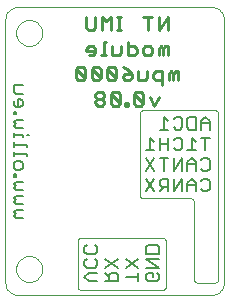
<source format=gbo>
G75*
%MOIN*%
%OFA0B0*%
%FSLAX24Y24*%
%IPPOS*%
%LPD*%
%AMOC8*
5,1,8,0,0,1.08239X$1,22.5*
%
%ADD10C,0.0000*%
%ADD11C,0.0080*%
%ADD12C,0.0030*%
%ADD13C,0.0110*%
D10*
X003193Y001223D02*
X003193Y010022D01*
X003195Y010061D01*
X003201Y010099D01*
X003210Y010136D01*
X003223Y010173D01*
X003240Y010208D01*
X003259Y010241D01*
X003282Y010272D01*
X003308Y010301D01*
X003337Y010327D01*
X003368Y010350D01*
X003401Y010369D01*
X003436Y010386D01*
X003473Y010399D01*
X003510Y010408D01*
X003548Y010414D01*
X003587Y010416D01*
X010080Y010416D01*
X010119Y010414D01*
X010157Y010408D01*
X010194Y010399D01*
X010231Y010386D01*
X010266Y010369D01*
X010299Y010350D01*
X010330Y010327D01*
X010359Y010301D01*
X010385Y010272D01*
X010408Y010241D01*
X010427Y010208D01*
X010444Y010173D01*
X010457Y010136D01*
X010466Y010099D01*
X010472Y010061D01*
X010474Y010022D01*
X010474Y001223D01*
X010472Y001184D01*
X010466Y001146D01*
X010457Y001109D01*
X010444Y001072D01*
X010427Y001037D01*
X010408Y001004D01*
X010385Y000973D01*
X010359Y000944D01*
X010330Y000918D01*
X010299Y000895D01*
X010266Y000876D01*
X010231Y000859D01*
X010194Y000846D01*
X010157Y000837D01*
X010119Y000831D01*
X010080Y000829D01*
X003587Y000829D01*
X003548Y000831D01*
X003510Y000837D01*
X003473Y000846D01*
X003436Y000859D01*
X003401Y000876D01*
X003368Y000895D01*
X003337Y000918D01*
X003308Y000944D01*
X003282Y000973D01*
X003259Y001004D01*
X003240Y001037D01*
X003223Y001072D01*
X003210Y001109D01*
X003201Y001146D01*
X003195Y001184D01*
X003193Y001223D01*
X003548Y001685D02*
X003550Y001726D01*
X003556Y001767D01*
X003566Y001807D01*
X003579Y001846D01*
X003596Y001883D01*
X003617Y001919D01*
X003641Y001953D01*
X003668Y001984D01*
X003697Y002012D01*
X003730Y002038D01*
X003764Y002060D01*
X003801Y002079D01*
X003839Y002094D01*
X003879Y002106D01*
X003919Y002114D01*
X003960Y002118D01*
X004002Y002118D01*
X004043Y002114D01*
X004083Y002106D01*
X004123Y002094D01*
X004161Y002079D01*
X004197Y002060D01*
X004232Y002038D01*
X004265Y002012D01*
X004294Y001984D01*
X004321Y001953D01*
X004345Y001919D01*
X004366Y001883D01*
X004383Y001846D01*
X004396Y001807D01*
X004406Y001767D01*
X004412Y001726D01*
X004414Y001685D01*
X004412Y001644D01*
X004406Y001603D01*
X004396Y001563D01*
X004383Y001524D01*
X004366Y001487D01*
X004345Y001451D01*
X004321Y001417D01*
X004294Y001386D01*
X004265Y001358D01*
X004232Y001332D01*
X004198Y001310D01*
X004161Y001291D01*
X004123Y001276D01*
X004083Y001264D01*
X004043Y001256D01*
X004002Y001252D01*
X003960Y001252D01*
X003919Y001256D01*
X003879Y001264D01*
X003839Y001276D01*
X003801Y001291D01*
X003765Y001310D01*
X003730Y001332D01*
X003697Y001358D01*
X003668Y001386D01*
X003641Y001417D01*
X003617Y001451D01*
X003596Y001487D01*
X003579Y001524D01*
X003566Y001563D01*
X003556Y001603D01*
X003550Y001644D01*
X003548Y001685D01*
X003548Y009559D02*
X003550Y009600D01*
X003556Y009641D01*
X003566Y009681D01*
X003579Y009720D01*
X003596Y009757D01*
X003617Y009793D01*
X003641Y009827D01*
X003668Y009858D01*
X003697Y009886D01*
X003730Y009912D01*
X003764Y009934D01*
X003801Y009953D01*
X003839Y009968D01*
X003879Y009980D01*
X003919Y009988D01*
X003960Y009992D01*
X004002Y009992D01*
X004043Y009988D01*
X004083Y009980D01*
X004123Y009968D01*
X004161Y009953D01*
X004197Y009934D01*
X004232Y009912D01*
X004265Y009886D01*
X004294Y009858D01*
X004321Y009827D01*
X004345Y009793D01*
X004366Y009757D01*
X004383Y009720D01*
X004396Y009681D01*
X004406Y009641D01*
X004412Y009600D01*
X004414Y009559D01*
X004412Y009518D01*
X004406Y009477D01*
X004396Y009437D01*
X004383Y009398D01*
X004366Y009361D01*
X004345Y009325D01*
X004321Y009291D01*
X004294Y009260D01*
X004265Y009232D01*
X004232Y009206D01*
X004198Y009184D01*
X004161Y009165D01*
X004123Y009150D01*
X004083Y009138D01*
X004043Y009130D01*
X004002Y009126D01*
X003960Y009126D01*
X003919Y009130D01*
X003879Y009138D01*
X003839Y009150D01*
X003801Y009165D01*
X003765Y009184D01*
X003730Y009206D01*
X003697Y009232D01*
X003668Y009260D01*
X003641Y009291D01*
X003617Y009325D01*
X003596Y009361D01*
X003579Y009398D01*
X003566Y009437D01*
X003556Y009477D01*
X003550Y009518D01*
X003548Y009559D01*
D11*
X003483Y007814D02*
X003763Y007814D01*
X003483Y007814D02*
X003483Y007604D01*
X003553Y007534D01*
X003763Y007534D01*
X003693Y007354D02*
X003623Y007354D01*
X003623Y007073D01*
X003553Y007073D02*
X003693Y007073D01*
X003763Y007143D01*
X003763Y007284D01*
X003693Y007354D01*
X003483Y007284D02*
X003483Y007143D01*
X003553Y007073D01*
X003553Y006913D02*
X003483Y006913D01*
X003483Y006843D01*
X003553Y006843D01*
X003553Y006913D01*
X003553Y006663D02*
X003763Y006663D01*
X003553Y006663D02*
X003483Y006593D01*
X003553Y006523D01*
X003483Y006453D01*
X003553Y006383D01*
X003763Y006383D01*
X003763Y006146D02*
X003483Y006146D01*
X003483Y006076D02*
X003483Y006216D01*
X003763Y006146D02*
X003763Y006076D01*
X003904Y006146D02*
X003974Y006146D01*
X003904Y005839D02*
X003483Y005839D01*
X003483Y005769D02*
X003483Y005909D01*
X003483Y005602D02*
X003483Y005462D01*
X003483Y005532D02*
X003904Y005532D01*
X003904Y005462D01*
X003693Y005282D02*
X003763Y005212D01*
X003763Y005072D01*
X003693Y005002D01*
X003553Y005002D01*
X003483Y005072D01*
X003483Y005212D01*
X003553Y005282D01*
X003693Y005282D01*
X003904Y005769D02*
X003904Y005839D01*
X003553Y004841D02*
X003483Y004841D01*
X003483Y004771D01*
X003553Y004771D01*
X003553Y004841D01*
X003553Y004591D02*
X003763Y004591D01*
X003553Y004591D02*
X003483Y004521D01*
X003553Y004451D01*
X003483Y004381D01*
X003553Y004311D01*
X003763Y004311D01*
X003763Y004131D02*
X003553Y004131D01*
X003483Y004061D01*
X003553Y003991D01*
X003483Y003921D01*
X003553Y003851D01*
X003763Y003851D01*
X003763Y003670D02*
X003553Y003670D01*
X003483Y003600D01*
X003553Y003530D01*
X003483Y003460D01*
X003553Y003390D01*
X003763Y003390D01*
X005827Y002406D02*
X005827Y002266D01*
X005897Y002196D01*
X006177Y002196D01*
X006247Y002266D01*
X006247Y002406D01*
X006177Y002476D01*
X005897Y002476D02*
X005827Y002406D01*
X005897Y002016D02*
X005827Y001946D01*
X005827Y001806D01*
X005897Y001736D01*
X006177Y001736D01*
X006247Y001806D01*
X006247Y001946D01*
X006177Y002016D01*
X006514Y002016D02*
X006935Y001736D01*
X006865Y001556D02*
X006725Y001556D01*
X006655Y001486D01*
X006655Y001275D01*
X006655Y001416D02*
X006514Y001556D01*
X006514Y001736D02*
X006935Y002016D01*
X007202Y002016D02*
X007622Y001736D01*
X007622Y001556D02*
X007622Y001275D01*
X007622Y001416D02*
X007202Y001416D01*
X006935Y001486D02*
X006935Y001275D01*
X006514Y001275D01*
X006247Y001275D02*
X005967Y001275D01*
X005827Y001416D01*
X005967Y001556D01*
X006247Y001556D01*
X006865Y001556D02*
X006935Y001486D01*
X007202Y001736D02*
X007622Y002016D01*
X007889Y002016D02*
X008310Y002016D01*
X008310Y002196D02*
X008310Y002406D01*
X008240Y002476D01*
X007959Y002476D01*
X007889Y002406D01*
X007889Y002196D01*
X008310Y002196D01*
X007889Y002016D02*
X008310Y001736D01*
X007889Y001736D01*
X007959Y001556D02*
X008100Y001556D01*
X008100Y001416D01*
X008240Y001556D02*
X008310Y001486D01*
X008310Y001345D01*
X008240Y001275D01*
X007959Y001275D01*
X007889Y001345D01*
X007889Y001486D01*
X007959Y001556D01*
X007875Y004275D02*
X008155Y004696D01*
X008336Y004626D02*
X008336Y004486D01*
X008406Y004416D01*
X008616Y004416D01*
X008476Y004416D02*
X008336Y004275D01*
X008155Y004275D02*
X007875Y004696D01*
X007875Y004963D02*
X008155Y005383D01*
X008336Y005383D02*
X008616Y005383D01*
X008476Y005383D02*
X008476Y004963D01*
X008406Y004696D02*
X008336Y004626D01*
X008406Y004696D02*
X008616Y004696D01*
X008616Y004275D01*
X008796Y004275D02*
X008796Y004696D01*
X008796Y004963D02*
X008796Y005383D01*
X008866Y005650D02*
X008796Y005720D01*
X008866Y005650D02*
X009006Y005650D01*
X009076Y005720D01*
X009076Y006001D01*
X009006Y006071D01*
X008866Y006071D01*
X008796Y006001D01*
X008616Y006071D02*
X008616Y005650D01*
X008616Y005861D02*
X008336Y005861D01*
X008336Y006071D02*
X008336Y005650D01*
X008155Y005650D02*
X007875Y005650D01*
X008015Y005650D02*
X008015Y006071D01*
X008155Y005931D01*
X008336Y006338D02*
X008616Y006338D01*
X008476Y006338D02*
X008476Y006758D01*
X008616Y006618D01*
X008796Y006688D02*
X008866Y006758D01*
X009006Y006758D01*
X009076Y006688D01*
X009076Y006408D01*
X009006Y006338D01*
X008866Y006338D01*
X008796Y006408D01*
X009256Y006408D02*
X009256Y006688D01*
X009326Y006758D01*
X009537Y006758D01*
X009537Y006338D01*
X009326Y006338D01*
X009256Y006408D01*
X009396Y006071D02*
X009396Y005650D01*
X009256Y005650D02*
X009537Y005650D01*
X009537Y005931D02*
X009396Y006071D01*
X009717Y006071D02*
X009997Y006071D01*
X009857Y006071D02*
X009857Y005650D01*
X009787Y005383D02*
X009927Y005383D01*
X009997Y005313D01*
X009997Y005033D01*
X009927Y004963D01*
X009787Y004963D01*
X009717Y005033D01*
X009537Y004963D02*
X009537Y005243D01*
X009396Y005383D01*
X009256Y005243D01*
X009256Y004963D01*
X009076Y004963D02*
X009076Y005383D01*
X008796Y004963D01*
X009076Y004696D02*
X008796Y004275D01*
X009076Y004275D02*
X009076Y004696D01*
X009256Y004556D02*
X009256Y004275D01*
X009256Y004486D02*
X009537Y004486D01*
X009537Y004556D02*
X009537Y004275D01*
X009717Y004345D02*
X009787Y004275D01*
X009927Y004275D01*
X009997Y004345D01*
X009997Y004626D01*
X009927Y004696D01*
X009787Y004696D01*
X009717Y004626D01*
X009537Y004556D02*
X009396Y004696D01*
X009256Y004556D01*
X009256Y005173D02*
X009537Y005173D01*
X009717Y005313D02*
X009787Y005383D01*
X009717Y006338D02*
X009717Y006618D01*
X009857Y006758D01*
X009997Y006618D01*
X009997Y006338D01*
X009997Y006548D02*
X009717Y006548D01*
X007875Y005383D02*
X008155Y004963D01*
D12*
X007662Y004173D02*
X007664Y004153D01*
X007668Y004134D01*
X007676Y004116D01*
X007686Y004100D01*
X007699Y004085D01*
X007714Y004072D01*
X007730Y004062D01*
X007748Y004054D01*
X007767Y004050D01*
X007787Y004048D01*
X009349Y004048D01*
X009369Y004046D01*
X009388Y004042D01*
X009406Y004034D01*
X009422Y004024D01*
X009437Y004011D01*
X009450Y003996D01*
X009460Y003980D01*
X009468Y003962D01*
X009472Y003943D01*
X009474Y003923D01*
X009474Y001360D01*
X009476Y001340D01*
X009480Y001321D01*
X009488Y001303D01*
X009498Y001287D01*
X009511Y001272D01*
X009526Y001259D01*
X009542Y001249D01*
X009560Y001241D01*
X009579Y001237D01*
X009599Y001235D01*
X010162Y001235D01*
X010182Y001237D01*
X010201Y001241D01*
X010219Y001249D01*
X010235Y001259D01*
X010250Y001272D01*
X010263Y001287D01*
X010273Y001303D01*
X010281Y001321D01*
X010285Y001340D01*
X010287Y001360D01*
X010287Y006860D01*
X010285Y006880D01*
X010281Y006899D01*
X010273Y006917D01*
X010263Y006933D01*
X010250Y006948D01*
X010235Y006961D01*
X010219Y006971D01*
X010201Y006979D01*
X010182Y006983D01*
X010162Y006985D01*
X007787Y006985D01*
X007767Y006983D01*
X007748Y006979D01*
X007730Y006971D01*
X007714Y006961D01*
X007699Y006948D01*
X007686Y006933D01*
X007676Y006917D01*
X007668Y006899D01*
X007664Y006880D01*
X007662Y006860D01*
X007662Y004173D01*
X008412Y002735D02*
X005724Y002735D01*
X005704Y002733D01*
X005685Y002729D01*
X005667Y002721D01*
X005651Y002711D01*
X005636Y002698D01*
X005623Y002683D01*
X005613Y002667D01*
X005605Y002649D01*
X005601Y002630D01*
X005599Y002610D01*
X005599Y001110D01*
X005601Y001090D01*
X005605Y001071D01*
X005613Y001053D01*
X005623Y001037D01*
X005636Y001022D01*
X005651Y001009D01*
X005667Y000999D01*
X005685Y000991D01*
X005704Y000987D01*
X005724Y000985D01*
X008412Y000985D01*
X008432Y000987D01*
X008451Y000991D01*
X008469Y000999D01*
X008485Y001009D01*
X008500Y001022D01*
X008513Y001037D01*
X008523Y001053D01*
X008531Y001071D01*
X008535Y001090D01*
X008537Y001110D01*
X008537Y002610D01*
X008535Y002630D01*
X008531Y002649D01*
X008523Y002667D01*
X008513Y002683D01*
X008500Y002698D01*
X008485Y002711D01*
X008469Y002721D01*
X008451Y002729D01*
X008432Y002733D01*
X008412Y002735D01*
D13*
X008148Y007134D02*
X007998Y007434D01*
X007783Y007509D02*
X007783Y007209D01*
X007482Y007509D01*
X007482Y007209D01*
X007558Y007134D01*
X007708Y007134D01*
X007783Y007209D01*
X007783Y007509D02*
X007708Y007585D01*
X007558Y007585D01*
X007482Y007509D01*
X007267Y007209D02*
X007192Y007209D01*
X007192Y007134D01*
X007267Y007134D01*
X007267Y007209D01*
X007009Y007209D02*
X007009Y007509D01*
X006934Y007585D01*
X006784Y007585D01*
X006709Y007509D01*
X007009Y007209D01*
X006934Y007134D01*
X006784Y007134D01*
X006709Y007209D01*
X006709Y007509D01*
X006494Y007509D02*
X006494Y007434D01*
X006419Y007359D01*
X006268Y007359D01*
X006193Y007284D01*
X006193Y007209D01*
X006268Y007134D01*
X006419Y007134D01*
X006494Y007209D01*
X006494Y007284D01*
X006419Y007359D01*
X006268Y007359D02*
X006193Y007434D01*
X006193Y007509D01*
X006268Y007585D01*
X006419Y007585D01*
X006494Y007509D01*
X006655Y007974D02*
X006805Y007974D01*
X006880Y008049D01*
X006580Y008349D01*
X006580Y008049D01*
X006655Y007974D01*
X006880Y008049D02*
X006880Y008349D01*
X006805Y008425D01*
X006655Y008425D01*
X006580Y008349D01*
X006365Y008349D02*
X006290Y008425D01*
X006140Y008425D01*
X006064Y008349D01*
X006365Y008049D01*
X006290Y007974D01*
X006140Y007974D01*
X006064Y008049D01*
X006064Y008349D01*
X005849Y008349D02*
X005774Y008425D01*
X005624Y008425D01*
X005549Y008349D01*
X005849Y008049D01*
X005774Y007974D01*
X005624Y007974D01*
X005549Y008049D01*
X005549Y008349D01*
X005849Y008349D02*
X005849Y008049D01*
X006365Y008049D02*
X006365Y008349D01*
X006386Y008814D02*
X006537Y008814D01*
X006462Y008814D02*
X006462Y009265D01*
X006537Y009265D01*
X006752Y009114D02*
X006752Y008814D01*
X006977Y008814D01*
X007052Y008889D01*
X007052Y009114D01*
X007268Y009114D02*
X007493Y009114D01*
X007568Y009039D01*
X007568Y008889D01*
X007493Y008814D01*
X007268Y008814D01*
X007268Y009265D01*
X007052Y009654D02*
X006902Y009654D01*
X006977Y009654D02*
X006977Y010105D01*
X007052Y010105D02*
X006902Y010105D01*
X006708Y010105D02*
X006558Y009954D01*
X006408Y010105D01*
X006408Y009654D01*
X006193Y009729D02*
X006118Y009654D01*
X005968Y009654D01*
X005893Y009729D01*
X005893Y010105D01*
X006193Y010105D02*
X006193Y009729D01*
X006708Y009654D02*
X006708Y010105D01*
X006118Y009114D02*
X005968Y009114D01*
X005893Y009039D01*
X005893Y008964D01*
X006193Y008964D01*
X006193Y008889D02*
X006193Y009039D01*
X006118Y009114D01*
X006193Y008889D02*
X006118Y008814D01*
X005968Y008814D01*
X007096Y008425D02*
X007246Y008349D01*
X007396Y008199D01*
X007171Y008199D01*
X007096Y008124D01*
X007096Y008049D01*
X007171Y007974D01*
X007321Y007974D01*
X007396Y008049D01*
X007396Y008199D01*
X007611Y008274D02*
X007611Y007974D01*
X007837Y007974D01*
X007912Y008049D01*
X007912Y008274D01*
X008127Y008199D02*
X008127Y008049D01*
X008202Y007974D01*
X008427Y007974D01*
X008427Y007824D02*
X008427Y008274D01*
X008202Y008274D01*
X008127Y008199D01*
X008643Y008199D02*
X008643Y007974D01*
X008793Y007974D02*
X008793Y008199D01*
X008718Y008274D01*
X008643Y008199D01*
X008793Y008199D02*
X008868Y008274D01*
X008943Y008274D01*
X008943Y007974D01*
X008298Y007434D02*
X008148Y007134D01*
X008008Y008814D02*
X007858Y008814D01*
X007783Y008889D01*
X007783Y009039D01*
X007858Y009114D01*
X008008Y009114D01*
X008084Y009039D01*
X008084Y008889D01*
X008008Y008814D01*
X008299Y008814D02*
X008299Y009039D01*
X008374Y009114D01*
X008449Y009039D01*
X008449Y008814D01*
X008599Y008814D02*
X008599Y009114D01*
X008524Y009114D01*
X008449Y009039D01*
X008299Y009654D02*
X008299Y010105D01*
X008084Y010105D02*
X007783Y010105D01*
X007933Y010105D02*
X007933Y009654D01*
X008299Y009654D02*
X008599Y010105D01*
X008599Y009654D01*
M02*

</source>
